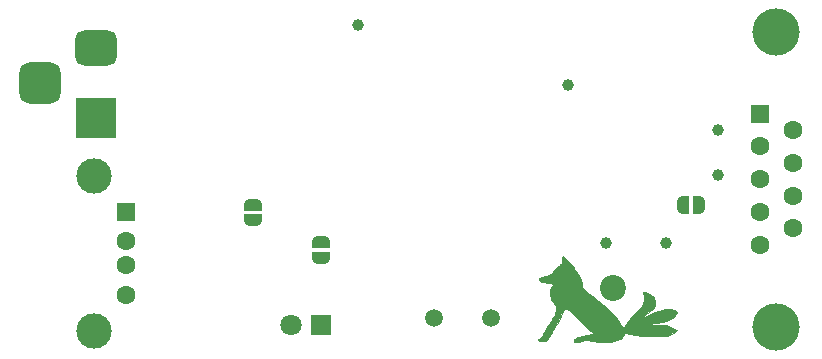
<source format=gbs>
G04 #@! TF.GenerationSoftware,KiCad,Pcbnew,8.0.3+1*
G04 #@! TF.CreationDate,2024-07-17T12:21:26-06:00*
G04 #@! TF.ProjectId,CH375_Serial,43483337-355f-4536-9572-69616c2e6b69,rev?*
G04 #@! TF.SameCoordinates,Original*
G04 #@! TF.FileFunction,Soldermask,Bot*
G04 #@! TF.FilePolarity,Negative*
%FSLAX46Y46*%
G04 Gerber Fmt 4.6, Leading zero omitted, Abs format (unit mm)*
G04 Created by KiCad (PCBNEW 8.0.3+1) date 2024-07-17 12:21:26*
%MOMM*%
%LPD*%
G01*
G04 APERTURE LIST*
G04 Aperture macros list*
%AMRoundRect*
0 Rectangle with rounded corners*
0 $1 Rounding radius*
0 $2 $3 $4 $5 $6 $7 $8 $9 X,Y pos of 4 corners*
0 Add a 4 corners polygon primitive as box body*
4,1,4,$2,$3,$4,$5,$6,$7,$8,$9,$2,$3,0*
0 Add four circle primitives for the rounded corners*
1,1,$1+$1,$2,$3*
1,1,$1+$1,$4,$5*
1,1,$1+$1,$6,$7*
1,1,$1+$1,$8,$9*
0 Add four rect primitives between the rounded corners*
20,1,$1+$1,$2,$3,$4,$5,0*
20,1,$1+$1,$4,$5,$6,$7,0*
20,1,$1+$1,$6,$7,$8,$9,0*
20,1,$1+$1,$8,$9,$2,$3,0*%
%AMFreePoly0*
4,1,19,0.500000,-0.750000,0.000000,-0.750000,0.000000,-0.744911,-0.071157,-0.744911,-0.207708,-0.704816,-0.327430,-0.627875,-0.420627,-0.520320,-0.479746,-0.390866,-0.500000,-0.250000,-0.500000,0.250000,-0.479746,0.390866,-0.420627,0.520320,-0.327430,0.627875,-0.207708,0.704816,-0.071157,0.744911,0.000000,0.744911,0.000000,0.750000,0.500000,0.750000,0.500000,-0.750000,0.500000,-0.750000,
$1*%
%AMFreePoly1*
4,1,19,0.000000,0.744911,0.071157,0.744911,0.207708,0.704816,0.327430,0.627875,0.420627,0.520320,0.479746,0.390866,0.500000,0.250000,0.500000,-0.250000,0.479746,-0.390866,0.420627,-0.520320,0.327430,-0.627875,0.207708,-0.704816,0.071157,-0.744911,0.000000,-0.744911,0.000000,-0.750000,-0.500000,-0.750000,-0.500000,0.750000,0.000000,0.750000,0.000000,0.744911,0.000000,0.744911,
$1*%
G04 Aperture macros list end*
%ADD10C,0.010000*%
%ADD11R,3.500000X3.500000*%
%ADD12RoundRect,0.750000X-1.000000X0.750000X-1.000000X-0.750000X1.000000X-0.750000X1.000000X0.750000X0*%
%ADD13RoundRect,0.875000X-0.875000X0.875000X-0.875000X-0.875000X0.875000X-0.875000X0.875000X0.875000X0*%
%ADD14C,4.000000*%
%ADD15R,1.600000X1.600000*%
%ADD16C,1.600000*%
%ADD17C,1.500000*%
%ADD18C,2.200000*%
%ADD19R,1.800000X1.800000*%
%ADD20C,1.800000*%
%ADD21R,1.500000X1.600000*%
%ADD22C,3.000000*%
%ADD23C,1.000000*%
%ADD24FreePoly0,90.000000*%
%ADD25FreePoly1,90.000000*%
%ADD26FreePoly0,0.000000*%
%ADD27FreePoly1,0.000000*%
G04 APERTURE END LIST*
D10*
X175577226Y-85477623D02*
X175511808Y-85487761D01*
X175402436Y-85504711D01*
X175286546Y-85519995D01*
X175187339Y-85533079D01*
X175087894Y-85544958D01*
X174923998Y-85564536D01*
X174604477Y-85600889D01*
X174594304Y-85602034D01*
X174366251Y-85627943D01*
X174160605Y-85651752D01*
X173985698Y-85672460D01*
X173849866Y-85689069D01*
X173761441Y-85700577D01*
X173728757Y-85705984D01*
X173736797Y-85706876D01*
X173797271Y-85707964D01*
X173910534Y-85708318D01*
X174068981Y-85707962D01*
X174265011Y-85706920D01*
X174491020Y-85705214D01*
X174739404Y-85702868D01*
X174871017Y-85701669D01*
X175201287Y-85700482D01*
X175468569Y-85702592D01*
X175673896Y-85708021D01*
X175818299Y-85716792D01*
X175902811Y-85728928D01*
X175905551Y-85729633D01*
X175992963Y-85759176D01*
X176120382Y-85810626D01*
X176271129Y-85876934D01*
X176428526Y-85951055D01*
X176808937Y-86136593D01*
X176672692Y-86269379D01*
X176532207Y-86385564D01*
X176283909Y-86522260D01*
X175984978Y-86619178D01*
X175963278Y-86624112D01*
X175870349Y-86640674D01*
X175757135Y-86653429D01*
X175614804Y-86662849D01*
X175434522Y-86669404D01*
X175207456Y-86673568D01*
X174924772Y-86675812D01*
X174894274Y-86675945D01*
X174604062Y-86676020D01*
X174358054Y-86672811D01*
X174140888Y-86665059D01*
X173937204Y-86651506D01*
X173731640Y-86630897D01*
X173508835Y-86601972D01*
X173253429Y-86563474D01*
X172950060Y-86514146D01*
X172458090Y-86432519D01*
X172393418Y-86508110D01*
X172366379Y-86540764D01*
X172297756Y-86627758D01*
X172224779Y-86724058D01*
X172185785Y-86771730D01*
X172094323Y-86860999D01*
X172007817Y-86921798D01*
X171967125Y-86941190D01*
X171776869Y-87010873D01*
X171543587Y-87070988D01*
X171284125Y-87117707D01*
X171015330Y-87147206D01*
X170902767Y-87154552D01*
X170479081Y-87163451D01*
X170110329Y-87138661D01*
X169796489Y-87080181D01*
X169708812Y-87060616D01*
X169544165Y-87036575D01*
X169364740Y-87022329D01*
X169183641Y-87017726D01*
X169013973Y-87022616D01*
X168868842Y-87036849D01*
X168761353Y-87060273D01*
X168704609Y-87092738D01*
X168701513Y-87096830D01*
X168669527Y-87123965D01*
X168617188Y-87138874D01*
X168529869Y-87143825D01*
X168392940Y-87141089D01*
X168294966Y-87137177D01*
X168200080Y-87129769D01*
X168147012Y-87116658D01*
X168122422Y-87093855D01*
X168112970Y-87057370D01*
X168114891Y-87003885D01*
X168144579Y-86932293D01*
X168183257Y-86897654D01*
X168288250Y-86835677D01*
X168433238Y-86771016D01*
X168603776Y-86709237D01*
X168785420Y-86655907D01*
X168963725Y-86616593D01*
X169127811Y-86586642D01*
X169363279Y-86539193D01*
X169537829Y-86497068D01*
X169653528Y-86459741D01*
X169712441Y-86426690D01*
X169724820Y-86405307D01*
X169710633Y-86373108D01*
X169655469Y-86327573D01*
X169551274Y-86260394D01*
X169527662Y-86245051D01*
X169419461Y-86163196D01*
X169280356Y-86045489D01*
X169120050Y-85901189D01*
X168948244Y-85739553D01*
X168774640Y-85569836D01*
X168608942Y-85401297D01*
X168460851Y-85243192D01*
X168340070Y-85104779D01*
X168259149Y-85009332D01*
X168056588Y-84790994D01*
X167865867Y-84614799D01*
X167691651Y-84484411D01*
X167538606Y-84403492D01*
X167411397Y-84375705D01*
X167387289Y-84380229D01*
X167314683Y-84434890D01*
X167229754Y-84550182D01*
X167133618Y-84724417D01*
X167027392Y-84955908D01*
X166967980Y-85089484D01*
X166833779Y-85361154D01*
X166691283Y-85615354D01*
X166552703Y-85829611D01*
X166517646Y-85879020D01*
X166428306Y-86004965D01*
X166346934Y-86119713D01*
X166302261Y-86186020D01*
X166222380Y-86314982D01*
X166150760Y-86441342D01*
X166103019Y-86528375D01*
X165999602Y-86701481D01*
X165897009Y-86855043D01*
X165804142Y-86976145D01*
X165729905Y-87051871D01*
X165711842Y-87065333D01*
X165631695Y-87100181D01*
X165531755Y-87094783D01*
X165512961Y-87091509D01*
X165395473Y-87077332D01*
X165274372Y-87070087D01*
X165252684Y-87069245D01*
X165140135Y-87045944D01*
X165082853Y-86998273D01*
X165081622Y-86935170D01*
X165137230Y-86865574D01*
X165250463Y-86798423D01*
X165299541Y-86773557D01*
X165421383Y-86675002D01*
X165523077Y-86528417D01*
X165610699Y-86325832D01*
X165631600Y-86272148D01*
X165662511Y-86206248D01*
X165705554Y-86127208D01*
X165764850Y-86028402D01*
X165844520Y-85903207D01*
X165948687Y-85744996D01*
X166081471Y-85547146D01*
X166246993Y-85303031D01*
X166297943Y-85226059D01*
X166387951Y-85077236D01*
X166451058Y-84953670D01*
X166480547Y-84867879D01*
X166493949Y-84802708D01*
X166525149Y-84680821D01*
X166562707Y-84554789D01*
X166587143Y-84467679D01*
X166614146Y-84332883D01*
X166624645Y-84222003D01*
X166624461Y-84201718D01*
X166617098Y-84129358D01*
X166591885Y-84066379D01*
X166539167Y-83994884D01*
X166449285Y-83896971D01*
X166446209Y-83893733D01*
X166349880Y-83780648D01*
X166264361Y-83660567D01*
X166207839Y-83558953D01*
X166187810Y-83507957D01*
X166139751Y-83344542D01*
X166105348Y-83166828D01*
X166088634Y-82999280D01*
X166093644Y-82866365D01*
X166104323Y-82801954D01*
X166128627Y-82687504D01*
X166160688Y-82604381D01*
X166211082Y-82529693D01*
X166290387Y-82440547D01*
X166437005Y-82283800D01*
X166329366Y-82239356D01*
X166295640Y-82227091D01*
X166178323Y-82194376D01*
X166021393Y-82158942D01*
X165841966Y-82124207D01*
X165657159Y-82093591D01*
X165484089Y-82070513D01*
X165365309Y-82048020D01*
X165238867Y-81991417D01*
X165164821Y-81909070D01*
X165147881Y-81804703D01*
X165149901Y-81789565D01*
X165167687Y-81740610D01*
X165213258Y-81713663D01*
X165304911Y-81696063D01*
X165349061Y-81688446D01*
X165490486Y-81654731D01*
X165660567Y-81605395D01*
X165837532Y-81547410D01*
X165999609Y-81487751D01*
X166125026Y-81433389D01*
X166130999Y-81430426D01*
X166207218Y-81388809D01*
X166261368Y-81344442D01*
X166310817Y-81279227D01*
X166372934Y-81175068D01*
X166419505Y-81106242D01*
X166504834Y-81002606D01*
X166609335Y-80889901D01*
X166720970Y-80779889D01*
X166827702Y-80684330D01*
X166917492Y-80614986D01*
X166978304Y-80583616D01*
X166994922Y-80579972D01*
X167044143Y-80557615D01*
X167070458Y-80509294D01*
X167086237Y-80415771D01*
X167093433Y-80355760D01*
X167110189Y-80216970D01*
X167126767Y-80080591D01*
X167140213Y-79999897D01*
X167162420Y-79924393D01*
X167185183Y-79895242D01*
X167201869Y-79903372D01*
X167257268Y-79949783D01*
X167337182Y-80028130D01*
X167430483Y-80127859D01*
X167458498Y-80158754D01*
X167591042Y-80301326D01*
X167736541Y-80453502D01*
X167868225Y-80587193D01*
X167924160Y-80644799D01*
X168021756Y-80755449D01*
X168097886Y-80854829D01*
X168139588Y-80926721D01*
X168146559Y-80943002D01*
X168195706Y-81030747D01*
X168270042Y-81142331D01*
X168356394Y-81257647D01*
X168371912Y-81277347D01*
X168465697Y-81404119D01*
X168551496Y-81531458D01*
X168612430Y-81634518D01*
X168659462Y-81740373D01*
X168722062Y-81936353D01*
X168765876Y-82144287D01*
X168783158Y-82332504D01*
X168784131Y-82359637D01*
X168794942Y-82427492D01*
X168821387Y-82495920D01*
X168868081Y-82569518D01*
X168939638Y-82652882D01*
X169040672Y-82750608D01*
X169175800Y-82867293D01*
X169349633Y-83007532D01*
X169566788Y-83175921D01*
X169831879Y-83377057D01*
X170106373Y-83587109D01*
X170517543Y-83916584D01*
X170876078Y-84225099D01*
X171185676Y-84516401D01*
X171450033Y-84794240D01*
X171672845Y-85062364D01*
X171857808Y-85324522D01*
X172008620Y-85584462D01*
X172035099Y-85634757D01*
X172098709Y-85750006D01*
X172152386Y-85839918D01*
X172186667Y-85888338D01*
X172249210Y-85917401D01*
X172324505Y-85889669D01*
X172405429Y-85807322D01*
X172486496Y-85674276D01*
X172501377Y-85646434D01*
X172519560Y-85617829D01*
X173039112Y-85617829D01*
X173041348Y-85628662D01*
X173064091Y-85624954D01*
X173121594Y-85582684D01*
X173155558Y-85554963D01*
X173161111Y-85544958D01*
X173111638Y-85567701D01*
X173064428Y-85594210D01*
X173039112Y-85617829D01*
X172519560Y-85617829D01*
X172581748Y-85519995D01*
X173200280Y-85519995D01*
X173216396Y-85536112D01*
X173232513Y-85519995D01*
X173216396Y-85503878D01*
X173200280Y-85519995D01*
X172581748Y-85519995D01*
X172583680Y-85516956D01*
X172604995Y-85487761D01*
X173264747Y-85487761D01*
X173280863Y-85503878D01*
X173296980Y-85487761D01*
X173280863Y-85471644D01*
X173264747Y-85487761D01*
X172604995Y-85487761D01*
X172628528Y-85455528D01*
X173329214Y-85455528D01*
X173345330Y-85471644D01*
X173361447Y-85455528D01*
X173345330Y-85439411D01*
X173329214Y-85455528D01*
X172628528Y-85455528D01*
X172698881Y-85359168D01*
X172836176Y-85185955D01*
X172984762Y-85010200D01*
X173133835Y-84844789D01*
X173272591Y-84702603D01*
X173390227Y-84596528D01*
X173425218Y-84567428D01*
X173586273Y-84415528D01*
X173741344Y-84243301D01*
X173874560Y-84069463D01*
X173970049Y-83912731D01*
X173986284Y-83879478D01*
X174058973Y-83680013D01*
X174079713Y-83487437D01*
X174051418Y-83279075D01*
X174024935Y-83165502D01*
X173995589Y-83036564D01*
X173981000Y-82954801D01*
X173982180Y-82910543D01*
X174000141Y-82894120D01*
X174035896Y-82895862D01*
X174090456Y-82906100D01*
X174122736Y-82912732D01*
X174284716Y-82966382D01*
X174461744Y-83050528D01*
X174629453Y-83152386D01*
X174763476Y-83259172D01*
X174779562Y-83275193D01*
X174902319Y-83446304D01*
X174978926Y-83654932D01*
X175005356Y-83890571D01*
X174998687Y-83970167D01*
X174965502Y-84082934D01*
X174901221Y-84201531D01*
X174802229Y-84329584D01*
X174664906Y-84470716D01*
X174485637Y-84628551D01*
X174260804Y-84806713D01*
X173986790Y-85008825D01*
X173659979Y-85238513D01*
X173594364Y-85283861D01*
X173490011Y-85356677D01*
X173427454Y-85402333D01*
X173398942Y-85427137D01*
X173396723Y-85437394D01*
X173413044Y-85439411D01*
X173415010Y-85439143D01*
X173458830Y-85419632D01*
X173544779Y-85373713D01*
X173661382Y-85307707D01*
X173797160Y-85227930D01*
X173983120Y-85118590D01*
X174331131Y-84925819D01*
X174654300Y-84765350D01*
X174968287Y-84630183D01*
X175288749Y-84513315D01*
X175631346Y-84407743D01*
X175837402Y-84361505D01*
X176091492Y-84347489D01*
X176338618Y-84388893D01*
X176595774Y-84487117D01*
X176725159Y-84553663D01*
X176813555Y-84613962D01*
X176842665Y-84659771D01*
X176836060Y-84693213D01*
X176785197Y-84780462D01*
X176691782Y-84886155D01*
X176564997Y-85001540D01*
X176414029Y-85117866D01*
X176248060Y-85226380D01*
X176223976Y-85240706D01*
X176124356Y-85298091D01*
X176032050Y-85345905D01*
X175939121Y-85385957D01*
X175837631Y-85420055D01*
X175719645Y-85450007D01*
X175691172Y-85455528D01*
X175577226Y-85477623D01*
G36*
X175577226Y-85477623D02*
G01*
X175511808Y-85487761D01*
X175402436Y-85504711D01*
X175286546Y-85519995D01*
X175187339Y-85533079D01*
X175087894Y-85544958D01*
X174923998Y-85564536D01*
X174604477Y-85600889D01*
X174594304Y-85602034D01*
X174366251Y-85627943D01*
X174160605Y-85651752D01*
X173985698Y-85672460D01*
X173849866Y-85689069D01*
X173761441Y-85700577D01*
X173728757Y-85705984D01*
X173736797Y-85706876D01*
X173797271Y-85707964D01*
X173910534Y-85708318D01*
X174068981Y-85707962D01*
X174265011Y-85706920D01*
X174491020Y-85705214D01*
X174739404Y-85702868D01*
X174871017Y-85701669D01*
X175201287Y-85700482D01*
X175468569Y-85702592D01*
X175673896Y-85708021D01*
X175818299Y-85716792D01*
X175902811Y-85728928D01*
X175905551Y-85729633D01*
X175992963Y-85759176D01*
X176120382Y-85810626D01*
X176271129Y-85876934D01*
X176428526Y-85951055D01*
X176808937Y-86136593D01*
X176672692Y-86269379D01*
X176532207Y-86385564D01*
X176283909Y-86522260D01*
X175984978Y-86619178D01*
X175963278Y-86624112D01*
X175870349Y-86640674D01*
X175757135Y-86653429D01*
X175614804Y-86662849D01*
X175434522Y-86669404D01*
X175207456Y-86673568D01*
X174924772Y-86675812D01*
X174894274Y-86675945D01*
X174604062Y-86676020D01*
X174358054Y-86672811D01*
X174140888Y-86665059D01*
X173937204Y-86651506D01*
X173731640Y-86630897D01*
X173508835Y-86601972D01*
X173253429Y-86563474D01*
X172950060Y-86514146D01*
X172458090Y-86432519D01*
X172393418Y-86508110D01*
X172366379Y-86540764D01*
X172297756Y-86627758D01*
X172224779Y-86724058D01*
X172185785Y-86771730D01*
X172094323Y-86860999D01*
X172007817Y-86921798D01*
X171967125Y-86941190D01*
X171776869Y-87010873D01*
X171543587Y-87070988D01*
X171284125Y-87117707D01*
X171015330Y-87147206D01*
X170902767Y-87154552D01*
X170479081Y-87163451D01*
X170110329Y-87138661D01*
X169796489Y-87080181D01*
X169708812Y-87060616D01*
X169544165Y-87036575D01*
X169364740Y-87022329D01*
X169183641Y-87017726D01*
X169013973Y-87022616D01*
X168868842Y-87036849D01*
X168761353Y-87060273D01*
X168704609Y-87092738D01*
X168701513Y-87096830D01*
X168669527Y-87123965D01*
X168617188Y-87138874D01*
X168529869Y-87143825D01*
X168392940Y-87141089D01*
X168294966Y-87137177D01*
X168200080Y-87129769D01*
X168147012Y-87116658D01*
X168122422Y-87093855D01*
X168112970Y-87057370D01*
X168114891Y-87003885D01*
X168144579Y-86932293D01*
X168183257Y-86897654D01*
X168288250Y-86835677D01*
X168433238Y-86771016D01*
X168603776Y-86709237D01*
X168785420Y-86655907D01*
X168963725Y-86616593D01*
X169127811Y-86586642D01*
X169363279Y-86539193D01*
X169537829Y-86497068D01*
X169653528Y-86459741D01*
X169712441Y-86426690D01*
X169724820Y-86405307D01*
X169710633Y-86373108D01*
X169655469Y-86327573D01*
X169551274Y-86260394D01*
X169527662Y-86245051D01*
X169419461Y-86163196D01*
X169280356Y-86045489D01*
X169120050Y-85901189D01*
X168948244Y-85739553D01*
X168774640Y-85569836D01*
X168608942Y-85401297D01*
X168460851Y-85243192D01*
X168340070Y-85104779D01*
X168259149Y-85009332D01*
X168056588Y-84790994D01*
X167865867Y-84614799D01*
X167691651Y-84484411D01*
X167538606Y-84403492D01*
X167411397Y-84375705D01*
X167387289Y-84380229D01*
X167314683Y-84434890D01*
X167229754Y-84550182D01*
X167133618Y-84724417D01*
X167027392Y-84955908D01*
X166967980Y-85089484D01*
X166833779Y-85361154D01*
X166691283Y-85615354D01*
X166552703Y-85829611D01*
X166517646Y-85879020D01*
X166428306Y-86004965D01*
X166346934Y-86119713D01*
X166302261Y-86186020D01*
X166222380Y-86314982D01*
X166150760Y-86441342D01*
X166103019Y-86528375D01*
X165999602Y-86701481D01*
X165897009Y-86855043D01*
X165804142Y-86976145D01*
X165729905Y-87051871D01*
X165711842Y-87065333D01*
X165631695Y-87100181D01*
X165531755Y-87094783D01*
X165512961Y-87091509D01*
X165395473Y-87077332D01*
X165274372Y-87070087D01*
X165252684Y-87069245D01*
X165140135Y-87045944D01*
X165082853Y-86998273D01*
X165081622Y-86935170D01*
X165137230Y-86865574D01*
X165250463Y-86798423D01*
X165299541Y-86773557D01*
X165421383Y-86675002D01*
X165523077Y-86528417D01*
X165610699Y-86325832D01*
X165631600Y-86272148D01*
X165662511Y-86206248D01*
X165705554Y-86127208D01*
X165764850Y-86028402D01*
X165844520Y-85903207D01*
X165948687Y-85744996D01*
X166081471Y-85547146D01*
X166246993Y-85303031D01*
X166297943Y-85226059D01*
X166387951Y-85077236D01*
X166451058Y-84953670D01*
X166480547Y-84867879D01*
X166493949Y-84802708D01*
X166525149Y-84680821D01*
X166562707Y-84554789D01*
X166587143Y-84467679D01*
X166614146Y-84332883D01*
X166624645Y-84222003D01*
X166624461Y-84201718D01*
X166617098Y-84129358D01*
X166591885Y-84066379D01*
X166539167Y-83994884D01*
X166449285Y-83896971D01*
X166446209Y-83893733D01*
X166349880Y-83780648D01*
X166264361Y-83660567D01*
X166207839Y-83558953D01*
X166187810Y-83507957D01*
X166139751Y-83344542D01*
X166105348Y-83166828D01*
X166088634Y-82999280D01*
X166093644Y-82866365D01*
X166104323Y-82801954D01*
X166128627Y-82687504D01*
X166160688Y-82604381D01*
X166211082Y-82529693D01*
X166290387Y-82440547D01*
X166437005Y-82283800D01*
X166329366Y-82239356D01*
X166295640Y-82227091D01*
X166178323Y-82194376D01*
X166021393Y-82158942D01*
X165841966Y-82124207D01*
X165657159Y-82093591D01*
X165484089Y-82070513D01*
X165365309Y-82048020D01*
X165238867Y-81991417D01*
X165164821Y-81909070D01*
X165147881Y-81804703D01*
X165149901Y-81789565D01*
X165167687Y-81740610D01*
X165213258Y-81713663D01*
X165304911Y-81696063D01*
X165349061Y-81688446D01*
X165490486Y-81654731D01*
X165660567Y-81605395D01*
X165837532Y-81547410D01*
X165999609Y-81487751D01*
X166125026Y-81433389D01*
X166130999Y-81430426D01*
X166207218Y-81388809D01*
X166261368Y-81344442D01*
X166310817Y-81279227D01*
X166372934Y-81175068D01*
X166419505Y-81106242D01*
X166504834Y-81002606D01*
X166609335Y-80889901D01*
X166720970Y-80779889D01*
X166827702Y-80684330D01*
X166917492Y-80614986D01*
X166978304Y-80583616D01*
X166994922Y-80579972D01*
X167044143Y-80557615D01*
X167070458Y-80509294D01*
X167086237Y-80415771D01*
X167093433Y-80355760D01*
X167110189Y-80216970D01*
X167126767Y-80080591D01*
X167140213Y-79999897D01*
X167162420Y-79924393D01*
X167185183Y-79895242D01*
X167201869Y-79903372D01*
X167257268Y-79949783D01*
X167337182Y-80028130D01*
X167430483Y-80127859D01*
X167458498Y-80158754D01*
X167591042Y-80301326D01*
X167736541Y-80453502D01*
X167868225Y-80587193D01*
X167924160Y-80644799D01*
X168021756Y-80755449D01*
X168097886Y-80854829D01*
X168139588Y-80926721D01*
X168146559Y-80943002D01*
X168195706Y-81030747D01*
X168270042Y-81142331D01*
X168356394Y-81257647D01*
X168371912Y-81277347D01*
X168465697Y-81404119D01*
X168551496Y-81531458D01*
X168612430Y-81634518D01*
X168659462Y-81740373D01*
X168722062Y-81936353D01*
X168765876Y-82144287D01*
X168783158Y-82332504D01*
X168784131Y-82359637D01*
X168794942Y-82427492D01*
X168821387Y-82495920D01*
X168868081Y-82569518D01*
X168939638Y-82652882D01*
X169040672Y-82750608D01*
X169175800Y-82867293D01*
X169349633Y-83007532D01*
X169566788Y-83175921D01*
X169831879Y-83377057D01*
X170106373Y-83587109D01*
X170517543Y-83916584D01*
X170876078Y-84225099D01*
X171185676Y-84516401D01*
X171450033Y-84794240D01*
X171672845Y-85062364D01*
X171857808Y-85324522D01*
X172008620Y-85584462D01*
X172035099Y-85634757D01*
X172098709Y-85750006D01*
X172152386Y-85839918D01*
X172186667Y-85888338D01*
X172249210Y-85917401D01*
X172324505Y-85889669D01*
X172405429Y-85807322D01*
X172486496Y-85674276D01*
X172501377Y-85646434D01*
X172519560Y-85617829D01*
X173039112Y-85617829D01*
X173041348Y-85628662D01*
X173064091Y-85624954D01*
X173121594Y-85582684D01*
X173155558Y-85554963D01*
X173161111Y-85544958D01*
X173111638Y-85567701D01*
X173064428Y-85594210D01*
X173039112Y-85617829D01*
X172519560Y-85617829D01*
X172581748Y-85519995D01*
X173200280Y-85519995D01*
X173216396Y-85536112D01*
X173232513Y-85519995D01*
X173216396Y-85503878D01*
X173200280Y-85519995D01*
X172581748Y-85519995D01*
X172583680Y-85516956D01*
X172604995Y-85487761D01*
X173264747Y-85487761D01*
X173280863Y-85503878D01*
X173296980Y-85487761D01*
X173280863Y-85471644D01*
X173264747Y-85487761D01*
X172604995Y-85487761D01*
X172628528Y-85455528D01*
X173329214Y-85455528D01*
X173345330Y-85471644D01*
X173361447Y-85455528D01*
X173345330Y-85439411D01*
X173329214Y-85455528D01*
X172628528Y-85455528D01*
X172698881Y-85359168D01*
X172836176Y-85185955D01*
X172984762Y-85010200D01*
X173133835Y-84844789D01*
X173272591Y-84702603D01*
X173390227Y-84596528D01*
X173425218Y-84567428D01*
X173586273Y-84415528D01*
X173741344Y-84243301D01*
X173874560Y-84069463D01*
X173970049Y-83912731D01*
X173986284Y-83879478D01*
X174058973Y-83680013D01*
X174079713Y-83487437D01*
X174051418Y-83279075D01*
X174024935Y-83165502D01*
X173995589Y-83036564D01*
X173981000Y-82954801D01*
X173982180Y-82910543D01*
X174000141Y-82894120D01*
X174035896Y-82895862D01*
X174090456Y-82906100D01*
X174122736Y-82912732D01*
X174284716Y-82966382D01*
X174461744Y-83050528D01*
X174629453Y-83152386D01*
X174763476Y-83259172D01*
X174779562Y-83275193D01*
X174902319Y-83446304D01*
X174978926Y-83654932D01*
X175005356Y-83890571D01*
X174998687Y-83970167D01*
X174965502Y-84082934D01*
X174901221Y-84201531D01*
X174802229Y-84329584D01*
X174664906Y-84470716D01*
X174485637Y-84628551D01*
X174260804Y-84806713D01*
X173986790Y-85008825D01*
X173659979Y-85238513D01*
X173594364Y-85283861D01*
X173490011Y-85356677D01*
X173427454Y-85402333D01*
X173398942Y-85427137D01*
X173396723Y-85437394D01*
X173413044Y-85439411D01*
X173415010Y-85439143D01*
X173458830Y-85419632D01*
X173544779Y-85373713D01*
X173661382Y-85307707D01*
X173797160Y-85227930D01*
X173983120Y-85118590D01*
X174331131Y-84925819D01*
X174654300Y-84765350D01*
X174968287Y-84630183D01*
X175288749Y-84513315D01*
X175631346Y-84407743D01*
X175837402Y-84361505D01*
X176091492Y-84347489D01*
X176338618Y-84388893D01*
X176595774Y-84487117D01*
X176725159Y-84553663D01*
X176813555Y-84613962D01*
X176842665Y-84659771D01*
X176836060Y-84693213D01*
X176785197Y-84780462D01*
X176691782Y-84886155D01*
X176564997Y-85001540D01*
X176414029Y-85117866D01*
X176248060Y-85226380D01*
X176223976Y-85240706D01*
X176124356Y-85298091D01*
X176032050Y-85345905D01*
X175939121Y-85385957D01*
X175837631Y-85420055D01*
X175719645Y-85450007D01*
X175691172Y-85455528D01*
X175577226Y-85477623D01*
G37*
D11*
X127635000Y-68230000D03*
D12*
X127635000Y-62230000D03*
D13*
X122935000Y-65230000D03*
D14*
X185270000Y-85870000D03*
X185270000Y-60870000D03*
D15*
X183850000Y-67830000D03*
D16*
X183850000Y-70600000D03*
X183850000Y-73370000D03*
X183850000Y-76140000D03*
X183850000Y-78910000D03*
X186690000Y-69215000D03*
X186690000Y-71985000D03*
X186690000Y-74755000D03*
X186690000Y-77525000D03*
D17*
X156257500Y-85090000D03*
X161137500Y-85090000D03*
D18*
X171450000Y-82550000D03*
D19*
X146685000Y-85725000D03*
D20*
X144145000Y-85725000D03*
D21*
X130175000Y-76145000D03*
D16*
X130175000Y-78645000D03*
X130175000Y-80645000D03*
X130175000Y-83145000D03*
D22*
X127465000Y-73075000D03*
X127465000Y-86215000D03*
D23*
X175895000Y-78740000D03*
X180340000Y-69215000D03*
X149860000Y-60325000D03*
X180340000Y-73025000D03*
X167640000Y-65405000D03*
D24*
X140970000Y-76865000D03*
D25*
X140970000Y-75565000D03*
D23*
X170815000Y-78740000D03*
D26*
X177389000Y-75565000D03*
D27*
X178689000Y-75565000D03*
D24*
X146685000Y-80025000D03*
D25*
X146685000Y-78725000D03*
M02*

</source>
